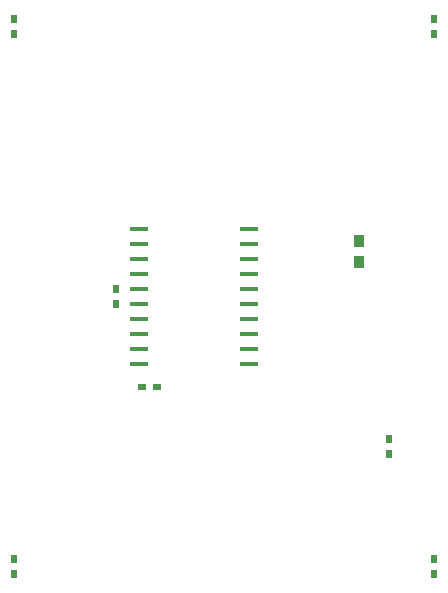
<source format=gbr>
%FSLAX14Y14*%
%MOIN*%
G04 EasyPC Gerber Version 18.0.1 Build 3581 *
%ADD84R,0.02400X0.03100*%
%ADD86R,0.03537X0.03891*%
%ADD83R,0.06200X0.01600*%
%ADD85R,0.03100X0.02400*%
X0Y0D02*
D02*
D83*
X7195Y7930D03*
Y8430D03*
Y8930D03*
Y9430D03*
Y9930D03*
Y10430D03*
Y10930D03*
Y11430D03*
Y11930D03*
Y12430D03*
X10855Y7930D03*
Y8430D03*
Y8930D03*
Y9430D03*
Y9930D03*
Y10430D03*
Y10930D03*
Y11430D03*
Y11930D03*
Y12430D03*
D02*
D84*
X3025Y925D03*
Y1435D03*
Y18925D03*
Y19435D03*
X6400Y9925D03*
Y10435D03*
X15525Y4925D03*
Y5435D03*
X17025Y925D03*
Y1435D03*
Y18925D03*
Y19435D03*
D02*
D85*
X7270Y7180D03*
X7780D03*
D02*
D86*
X14525Y11330D03*
Y12030D03*
X0Y0D02*
M02*

</source>
